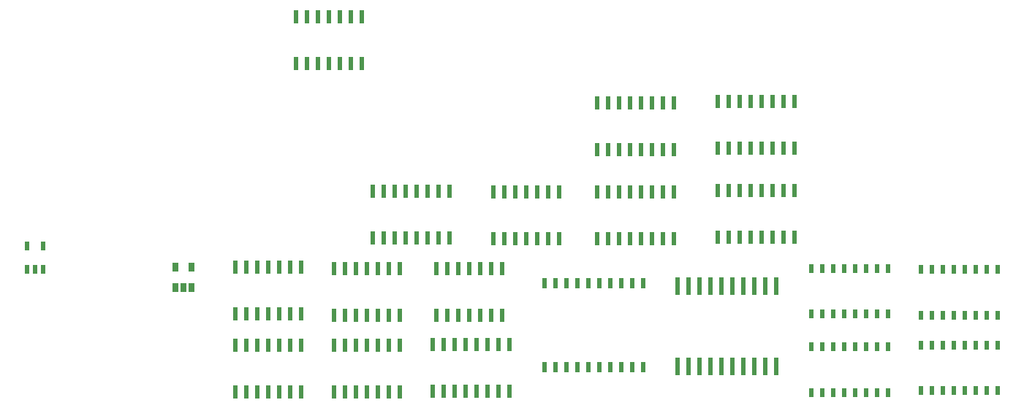
<source format=gbr>
%TF.GenerationSoftware,KiCad,Pcbnew,7.0.0-da2b9df05c~171~ubuntu20.04.1*%
%TF.CreationDate,2023-03-29T16:06:27-07:00*%
%TF.ProjectId,Motherboard,4d6f7468-6572-4626-9f61-72642e6b6963,rev?*%
%TF.SameCoordinates,Original*%
%TF.FileFunction,Paste,Top*%
%TF.FilePolarity,Positive*%
%FSLAX46Y46*%
G04 Gerber Fmt 4.6, Leading zero omitted, Abs format (unit mm)*
G04 Created by KiCad (PCBNEW 7.0.0-da2b9df05c~171~ubuntu20.04.1) date 2023-03-29 16:06:27*
%MOMM*%
%LPD*%
G01*
G04 APERTURE LIST*
%ADD10R,0.520000X1.300000*%
%ADD11R,0.700000X1.000000*%
%ADD12R,0.600000X1.550000*%
%ADD13R,0.600000X2.000000*%
%ADD14R,0.580000X1.120000*%
%ADD15R,0.600000X1.050000*%
G04 APERTURE END LIST*
D10*
%TO.C,UREG1*%
X132968999Y-130809999D03*
X134238999Y-130809999D03*
X135508999Y-130809999D03*
X136778999Y-130809999D03*
X138048999Y-130809999D03*
X139318999Y-130809999D03*
X140588999Y-130809999D03*
X141858999Y-130809999D03*
X143128999Y-130809999D03*
X144398999Y-130809999D03*
X144398999Y-121109999D03*
X143128999Y-121109999D03*
X141858999Y-121109999D03*
X140588999Y-121109999D03*
X139318999Y-121109999D03*
X138048999Y-121109999D03*
X136778999Y-121109999D03*
X135508999Y-121109999D03*
X134238999Y-121109999D03*
X132968999Y-121109999D03*
%TD*%
D11*
%TO.C,U1*%
X90169999Y-121595999D03*
X91119999Y-121595999D03*
X92069999Y-121595999D03*
X92069999Y-119195999D03*
X90169999Y-119195999D03*
%TD*%
D12*
%TO.C,UNOT2*%
X97154999Y-133669999D03*
X98424999Y-133669999D03*
X99694999Y-133669999D03*
X100964999Y-133669999D03*
X102234999Y-133669999D03*
X103504999Y-133669999D03*
X104774999Y-133669999D03*
X104774999Y-128269999D03*
X103504999Y-128269999D03*
X102234999Y-128269999D03*
X100964999Y-128269999D03*
X99694999Y-128269999D03*
X98424999Y-128269999D03*
X97154999Y-128269999D03*
%TD*%
%TO.C,U2MUX3*%
X153034999Y-105409999D03*
X154304999Y-105409999D03*
X155574999Y-105409999D03*
X156844999Y-105409999D03*
X158114999Y-105409999D03*
X159384999Y-105409999D03*
X160654999Y-105409999D03*
X161924999Y-105409999D03*
X161924999Y-100009999D03*
X160654999Y-100009999D03*
X159384999Y-100009999D03*
X158114999Y-100009999D03*
X156844999Y-100009999D03*
X155574999Y-100009999D03*
X154304999Y-100009999D03*
X153034999Y-100009999D03*
%TD*%
%TO.C,U2MUX1*%
X139064999Y-105569999D03*
X140334999Y-105569999D03*
X141604999Y-105569999D03*
X142874999Y-105569999D03*
X144144999Y-105569999D03*
X145414999Y-105569999D03*
X146684999Y-105569999D03*
X147954999Y-105569999D03*
X147954999Y-100169999D03*
X146684999Y-100169999D03*
X145414999Y-100169999D03*
X144144999Y-100169999D03*
X142874999Y-100169999D03*
X141604999Y-100169999D03*
X140334999Y-100169999D03*
X139064999Y-100169999D03*
%TD*%
%TO.C,U2MUX2*%
X139064999Y-115889999D03*
X140334999Y-115889999D03*
X141604999Y-115889999D03*
X142874999Y-115889999D03*
X144144999Y-115889999D03*
X145414999Y-115889999D03*
X146684999Y-115889999D03*
X147954999Y-115889999D03*
X147954999Y-110489999D03*
X146684999Y-110489999D03*
X145414999Y-110489999D03*
X144144999Y-110489999D03*
X142874999Y-110489999D03*
X141604999Y-110489999D03*
X140334999Y-110489999D03*
X139064999Y-110489999D03*
%TD*%
%TO.C,UNAND2*%
X108584999Y-133669999D03*
X109854999Y-133669999D03*
X111124999Y-133669999D03*
X112394999Y-133669999D03*
X113664999Y-133669999D03*
X114934999Y-133669999D03*
X116204999Y-133669999D03*
X116204999Y-128269999D03*
X114934999Y-128269999D03*
X113664999Y-128269999D03*
X112394999Y-128269999D03*
X111124999Y-128269999D03*
X109854999Y-128269999D03*
X108584999Y-128269999D03*
%TD*%
%TO.C,UDEMUX1*%
X113029999Y-115823999D03*
X114299999Y-115823999D03*
X115569999Y-115823999D03*
X116839999Y-115823999D03*
X118109999Y-115823999D03*
X119379999Y-115823999D03*
X120649999Y-115823999D03*
X121919999Y-115823999D03*
X121919999Y-110423999D03*
X120649999Y-110423999D03*
X119379999Y-110423999D03*
X118109999Y-110423999D03*
X116839999Y-110423999D03*
X115569999Y-110423999D03*
X114299999Y-110423999D03*
X113029999Y-110423999D03*
%TD*%
D13*
%TO.C,U4*%
X148335999Y-130760999D03*
X149605999Y-130760999D03*
X150875999Y-130760999D03*
X152145999Y-130760999D03*
X153415999Y-130760999D03*
X154685999Y-130760999D03*
X155955999Y-130760999D03*
X157225999Y-130760999D03*
X158495999Y-130760999D03*
X159765999Y-130760999D03*
X159765999Y-121460999D03*
X158495999Y-121460999D03*
X157225999Y-121460999D03*
X155955999Y-121460999D03*
X154685999Y-121460999D03*
X153415999Y-121460999D03*
X152145999Y-121460999D03*
X150875999Y-121460999D03*
X149605999Y-121460999D03*
X148335999Y-121460999D03*
%TD*%
D14*
%TO.C,UR3*%
X163829999Y-133779999D03*
X165099999Y-133779999D03*
X166369999Y-133779999D03*
X167639999Y-133779999D03*
X168909999Y-133779999D03*
X170179999Y-133779999D03*
X171449999Y-133779999D03*
X172719999Y-133779999D03*
X172719999Y-128499999D03*
X171449999Y-128499999D03*
X170179999Y-128499999D03*
X168909999Y-128499999D03*
X167639999Y-128499999D03*
X166369999Y-128499999D03*
X165099999Y-128499999D03*
X163829999Y-128499999D03*
%TD*%
D12*
%TO.C,UXOR1*%
X126999999Y-115889999D03*
X128269999Y-115889999D03*
X129539999Y-115889999D03*
X130809999Y-115889999D03*
X132079999Y-115889999D03*
X133349999Y-115889999D03*
X134619999Y-115889999D03*
X134619999Y-110489999D03*
X133349999Y-110489999D03*
X132079999Y-110489999D03*
X130809999Y-110489999D03*
X129539999Y-110489999D03*
X128269999Y-110489999D03*
X126999999Y-110489999D03*
%TD*%
D14*
%TO.C,UR1*%
X176529999Y-133549999D03*
X177799999Y-133549999D03*
X179069999Y-133549999D03*
X180339999Y-133549999D03*
X181609999Y-133549999D03*
X182879999Y-133549999D03*
X184149999Y-133549999D03*
X185419999Y-133549999D03*
X185419999Y-128269999D03*
X184149999Y-128269999D03*
X182879999Y-128269999D03*
X181609999Y-128269999D03*
X180339999Y-128269999D03*
X179069999Y-128269999D03*
X177799999Y-128269999D03*
X176529999Y-128269999D03*
%TD*%
D15*
%TO.C,U3*%
X72999999Y-119499999D03*
X73949999Y-119499999D03*
X74899999Y-119499999D03*
X74899999Y-116799999D03*
X72999999Y-116799999D03*
%TD*%
D12*
%TO.C,UNAND1*%
X108584999Y-124779999D03*
X109854999Y-124779999D03*
X111124999Y-124779999D03*
X112394999Y-124779999D03*
X113664999Y-124779999D03*
X114934999Y-124779999D03*
X116204999Y-124779999D03*
X116204999Y-119379999D03*
X114934999Y-119379999D03*
X113664999Y-119379999D03*
X112394999Y-119379999D03*
X111124999Y-119379999D03*
X109854999Y-119379999D03*
X108584999Y-119379999D03*
%TD*%
%TO.C,UOR1*%
X104139999Y-95569999D03*
X105409999Y-95569999D03*
X106679999Y-95569999D03*
X107949999Y-95569999D03*
X109219999Y-95569999D03*
X110489999Y-95569999D03*
X111759999Y-95569999D03*
X111759999Y-90169999D03*
X110489999Y-90169999D03*
X109219999Y-90169999D03*
X107949999Y-90169999D03*
X106679999Y-90169999D03*
X105409999Y-90169999D03*
X104139999Y-90169999D03*
%TD*%
%TO.C,UOR2*%
X120395999Y-124779999D03*
X121665999Y-124779999D03*
X122935999Y-124779999D03*
X124205999Y-124779999D03*
X125475999Y-124779999D03*
X126745999Y-124779999D03*
X128015999Y-124779999D03*
X128015999Y-119379999D03*
X126745999Y-119379999D03*
X125475999Y-119379999D03*
X124205999Y-119379999D03*
X122935999Y-119379999D03*
X121665999Y-119379999D03*
X120395999Y-119379999D03*
%TD*%
%TO.C,UOCTMUX1*%
X120014999Y-133603999D03*
X121284999Y-133603999D03*
X122554999Y-133603999D03*
X123824999Y-133603999D03*
X125094999Y-133603999D03*
X126364999Y-133603999D03*
X127634999Y-133603999D03*
X128904999Y-133603999D03*
X128904999Y-128203999D03*
X127634999Y-128203999D03*
X126364999Y-128203999D03*
X125094999Y-128203999D03*
X123824999Y-128203999D03*
X122554999Y-128203999D03*
X121284999Y-128203999D03*
X120014999Y-128203999D03*
%TD*%
D14*
%TO.C,UR2*%
X176529999Y-124779999D03*
X177799999Y-124779999D03*
X179069999Y-124779999D03*
X180339999Y-124779999D03*
X181609999Y-124779999D03*
X182879999Y-124779999D03*
X184149999Y-124779999D03*
X185419999Y-124779999D03*
X185419999Y-119499999D03*
X184149999Y-119499999D03*
X182879999Y-119499999D03*
X181609999Y-119499999D03*
X180339999Y-119499999D03*
X179069999Y-119499999D03*
X177799999Y-119499999D03*
X176529999Y-119499999D03*
%TD*%
%TO.C,UR4*%
X163829999Y-124659999D03*
X165099999Y-124659999D03*
X166369999Y-124659999D03*
X167639999Y-124659999D03*
X168909999Y-124659999D03*
X170179999Y-124659999D03*
X171449999Y-124659999D03*
X172719999Y-124659999D03*
X172719999Y-119379999D03*
X171449999Y-119379999D03*
X170179999Y-119379999D03*
X168909999Y-119379999D03*
X167639999Y-119379999D03*
X166369999Y-119379999D03*
X165099999Y-119379999D03*
X163829999Y-119379999D03*
%TD*%
D12*
%TO.C,U2MUX4*%
X153034999Y-115729999D03*
X154304999Y-115729999D03*
X155574999Y-115729999D03*
X156844999Y-115729999D03*
X158114999Y-115729999D03*
X159384999Y-115729999D03*
X160654999Y-115729999D03*
X161924999Y-115729999D03*
X161924999Y-110329999D03*
X160654999Y-110329999D03*
X159384999Y-110329999D03*
X158114999Y-110329999D03*
X156844999Y-110329999D03*
X155574999Y-110329999D03*
X154304999Y-110329999D03*
X153034999Y-110329999D03*
%TD*%
%TO.C,UNOT1*%
X97154999Y-124619999D03*
X98424999Y-124619999D03*
X99694999Y-124619999D03*
X100964999Y-124619999D03*
X102234999Y-124619999D03*
X103504999Y-124619999D03*
X104774999Y-124619999D03*
X104774999Y-119219999D03*
X103504999Y-119219999D03*
X102234999Y-119219999D03*
X100964999Y-119219999D03*
X99694999Y-119219999D03*
X98424999Y-119219999D03*
X97154999Y-119219999D03*
%TD*%
M02*

</source>
